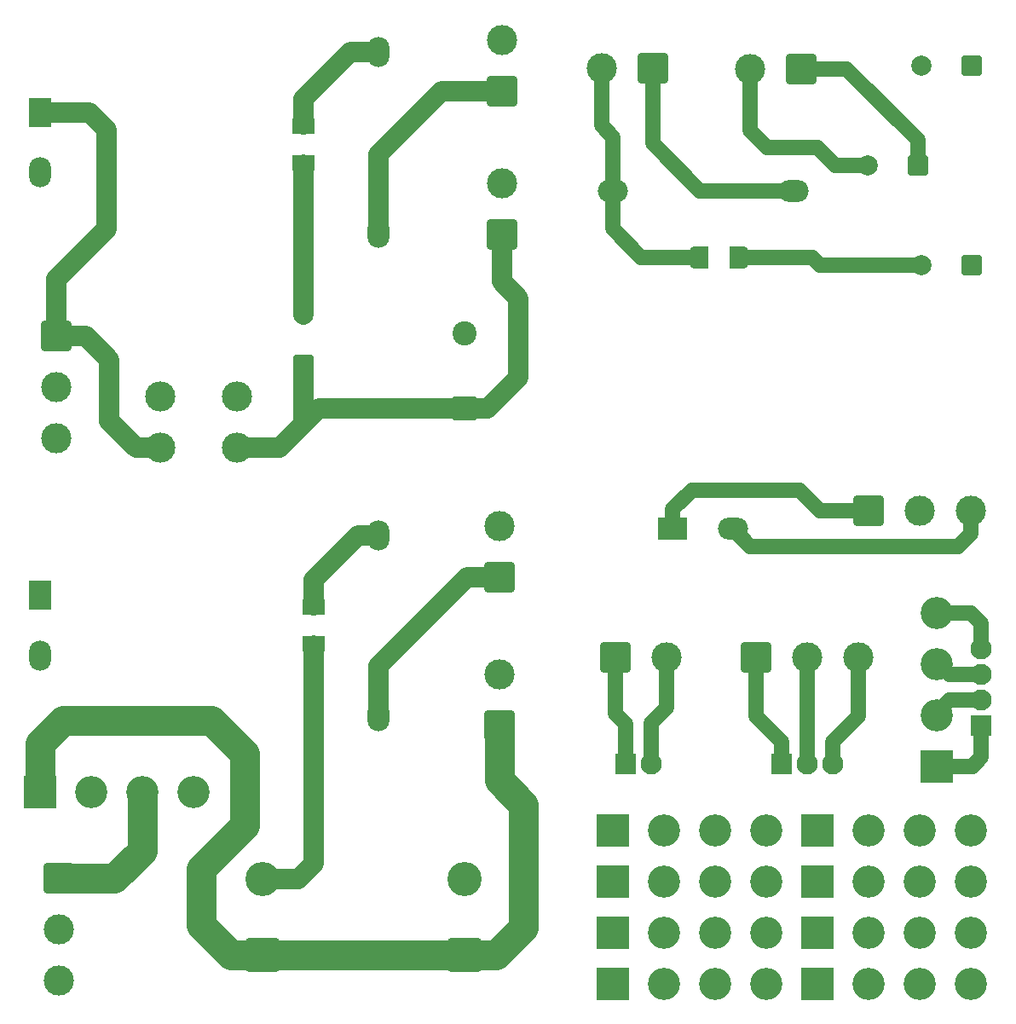
<source format=gbl>
%TF.GenerationSoftware,KiCad,Pcbnew,9.0.2*%
%TF.CreationDate,2025-06-27T09:26:43+02:00*%
%TF.ProjectId,led_driver_220v_p1,6c65645f-6472-4697-9665-725f32323076,rev?*%
%TF.SameCoordinates,Original*%
%TF.FileFunction,Copper,L2,Bot*%
%TF.FilePolarity,Positive*%
%FSLAX46Y46*%
G04 Gerber Fmt 4.6, Leading zero omitted, Abs format (unit mm)*
G04 Created by KiCad (PCBNEW 9.0.2) date 2025-06-27 09:26:43*
%MOMM*%
%LPD*%
G01*
G04 APERTURE LIST*
G04 Aperture macros list*
%AMRoundRect*
0 Rectangle with rounded corners*
0 $1 Rounding radius*
0 $2 $3 $4 $5 $6 $7 $8 $9 X,Y pos of 4 corners*
0 Add a 4 corners polygon primitive as box body*
4,1,4,$2,$3,$4,$5,$6,$7,$8,$9,$2,$3,0*
0 Add four circle primitives for the rounded corners*
1,1,$1+$1,$2,$3*
1,1,$1+$1,$4,$5*
1,1,$1+$1,$6,$7*
1,1,$1+$1,$8,$9*
0 Add four rect primitives between the rounded corners*
20,1,$1+$1,$2,$3,$4,$5,0*
20,1,$1+$1,$4,$5,$6,$7,0*
20,1,$1+$1,$6,$7,$8,$9,0*
20,1,$1+$1,$8,$9,$2,$3,0*%
%AMFreePoly0*
4,1,23,0.910000,-1.100000,-0.400000,-1.100000,-0.400000,-1.095722,-0.477763,-1.095722,-0.603842,-1.061940,-0.716881,-0.996677,-0.809177,-0.904381,-0.874440,-0.791342,-0.908222,-0.665263,-0.908222,-0.600000,-0.910000,-0.600000,-0.910000,0.600000,-0.908222,0.600000,-0.908222,0.665263,-0.874440,0.791342,-0.809177,0.904381,-0.716881,0.996677,-0.603842,1.061940,-0.477763,1.095722,-0.400000,1.095722,
-0.400000,1.100000,0.910000,1.100000,0.910000,-1.100000,0.910000,-1.100000,$1*%
%AMFreePoly1*
4,1,23,0.410000,1.095722,0.475263,1.095722,0.601342,1.061940,0.714381,0.996677,0.806677,0.904381,0.871940,0.791342,0.905722,0.665263,0.905722,0.600000,0.910000,0.600000,0.910000,-0.600000,0.905722,-0.600000,0.905722,-0.665263,0.871940,-0.791342,0.806677,-0.904381,0.714381,-0.996677,0.601342,-1.061940,0.475263,-1.095722,0.410000,-1.095722,0.410000,-1.100000,-0.910000,-1.100000,
-0.910000,1.100000,0.410000,1.100000,0.410000,1.095722,0.410000,1.095722,$1*%
G04 Aperture macros list end*
%TA.AperFunction,ComponentPad*%
%ADD10R,3.200000X3.200000*%
%TD*%
%TA.AperFunction,ComponentPad*%
%ADD11C,3.200000*%
%TD*%
%TA.AperFunction,ComponentPad*%
%ADD12R,2.200000X3.000000*%
%TD*%
%TA.AperFunction,ComponentPad*%
%ADD13O,2.200000X3.000000*%
%TD*%
%TA.AperFunction,ComponentPad*%
%ADD14RoundRect,0.288462X1.211538X1.211538X-1.211538X1.211538X-1.211538X-1.211538X1.211538X-1.211538X0*%
%TD*%
%TA.AperFunction,ComponentPad*%
%ADD15C,3.000000*%
%TD*%
%TA.AperFunction,ComponentPad*%
%ADD16R,2.100000X2.100000*%
%TD*%
%TA.AperFunction,ComponentPad*%
%ADD17C,2.100000*%
%TD*%
%TA.AperFunction,ComponentPad*%
%ADD18RoundRect,0.288462X-1.211538X-1.211538X1.211538X-1.211538X1.211538X1.211538X-1.211538X1.211538X0*%
%TD*%
%TA.AperFunction,ComponentPad*%
%ADD19RoundRect,0.288462X-1.211538X1.211538X-1.211538X-1.211538X1.211538X-1.211538X1.211538X1.211538X0*%
%TD*%
%TA.AperFunction,ComponentPad*%
%ADD20RoundRect,0.250000X0.750000X0.750000X-0.750000X0.750000X-0.750000X-0.750000X0.750000X-0.750000X0*%
%TD*%
%TA.AperFunction,ComponentPad*%
%ADD21C,2.000000*%
%TD*%
%TA.AperFunction,ComponentPad*%
%ADD22RoundRect,0.250001X0.949999X-0.949999X0.949999X0.949999X-0.949999X0.949999X-0.949999X-0.949999X0*%
%TD*%
%TA.AperFunction,ComponentPad*%
%ADD23C,2.400000*%
%TD*%
%TA.AperFunction,ComponentPad*%
%ADD24RoundRect,0.354168X1.345832X-1.345832X1.345832X1.345832X-1.345832X1.345832X-1.345832X-1.345832X0*%
%TD*%
%TA.AperFunction,ComponentPad*%
%ADD25C,3.400000*%
%TD*%
%TA.AperFunction,ComponentPad*%
%ADD26RoundRect,0.288462X1.211538X-1.211538X1.211538X1.211538X-1.211538X1.211538X-1.211538X-1.211538X0*%
%TD*%
%TA.AperFunction,ComponentPad*%
%ADD27O,3.000000X3.000000*%
%TD*%
%TA.AperFunction,ComponentPad*%
%ADD28RoundRect,0.250000X0.750000X-0.750000X0.750000X0.750000X-0.750000X0.750000X-0.750000X-0.750000X0*%
%TD*%
%TA.AperFunction,ComponentPad*%
%ADD29R,3.000000X2.200000*%
%TD*%
%TA.AperFunction,ComponentPad*%
%ADD30O,3.000000X2.200000*%
%TD*%
%TA.AperFunction,SMDPad,CuDef*%
%ADD31FreePoly0,90.000000*%
%TD*%
%TA.AperFunction,SMDPad,CuDef*%
%ADD32FreePoly1,90.000000*%
%TD*%
%TA.AperFunction,SMDPad,CuDef*%
%ADD33FreePoly0,180.000000*%
%TD*%
%TA.AperFunction,SMDPad,CuDef*%
%ADD34FreePoly1,180.000000*%
%TD*%
%TA.AperFunction,Conductor*%
%ADD35C,1.500000*%
%TD*%
%TA.AperFunction,Conductor*%
%ADD36C,2.000000*%
%TD*%
%TA.AperFunction,Conductor*%
%ADD37C,3.000000*%
%TD*%
G04 APERTURE END LIST*
D10*
%TO.P,D9,1,+*%
%TO.N,unconnected-(D9-+-Pad1)*%
X131534000Y-126614000D03*
D11*
%TO.P,D9,2*%
%TO.N,unconnected-(D9-Pad2)*%
X136614000Y-126614000D03*
%TO.P,D9,3*%
%TO.N,unconnected-(D9-Pad3)*%
X141694000Y-126614000D03*
%TO.P,D9,4,-*%
%TO.N,unconnected-(D9---Pad4)*%
X146774000Y-126614000D03*
%TD*%
D12*
%TO.P,PS2,1,AC/L*%
%TO.N,/High Voltage/L2*%
X54319500Y-50245500D03*
D13*
%TO.P,PS2,2,AC/N*%
%TO.N,/High Voltage/N2*%
X54319500Y-56245500D03*
%TO.P,PS2,3,-Vout*%
%TO.N,/High Voltage/DC2-GND*%
X87919500Y-44245500D03*
%TO.P,PS2,4,+Vout*%
%TO.N,/High Voltage/DC2+5V*%
X87919500Y-62245500D03*
%TD*%
D14*
%TO.P,J11,1,Pin_1*%
%TO.N,/High Voltage/DC1+5V*%
X115182000Y-45842000D03*
D15*
%TO.P,J11,2,Pin_2*%
%TO.N,/High Voltage/DC1-GND*%
X110102000Y-45842000D03*
%TD*%
D16*
%TO.P,J20,1,Pin_1*%
%TO.N,Net-(J18-Pin_1)*%
X127978000Y-114930000D03*
D17*
%TO.P,J20,2,Pin_2*%
%TO.N,Net-(J18-Pin_2)*%
X130518000Y-114930000D03*
%TO.P,J20,3,Pin_3*%
%TO.N,Net-(J18-Pin_3)*%
X133058000Y-114930000D03*
%TD*%
D10*
%TO.P,D10,1,+*%
%TO.N,unconnected-(D10-+-Pad1)*%
X131534000Y-131694000D03*
D11*
%TO.P,D10,2*%
%TO.N,unconnected-(D10-Pad2)*%
X136614000Y-131694000D03*
%TO.P,D10,3*%
%TO.N,unconnected-(D10-Pad3)*%
X141694000Y-131694000D03*
%TO.P,D10,4,-*%
%TO.N,unconnected-(D10---Pad4)*%
X146774000Y-131694000D03*
%TD*%
D10*
%TO.P,D5,1,+*%
%TO.N,unconnected-(D5-+-Pad1)*%
X111214000Y-121534000D03*
D11*
%TO.P,D5,2*%
%TO.N,unconnected-(D5-Pad2)*%
X116294000Y-121534000D03*
%TO.P,D5,3*%
%TO.N,unconnected-(D5-Pad3)*%
X121374000Y-121534000D03*
%TO.P,D5,4,-*%
%TO.N,unconnected-(D5---Pad4)*%
X126454000Y-121534000D03*
%TD*%
D18*
%TO.P,J8,1,Pin_1*%
%TO.N,/High Voltage/L1*%
X136614000Y-89784000D03*
D15*
%TO.P,J8,2,Pin_2*%
%TO.N,/High Voltage/PE1*%
X141694000Y-89784000D03*
%TO.P,J8,3,Pin_3*%
%TO.N,/High Voltage/N1*%
X146774000Y-89784000D03*
%TD*%
D19*
%TO.P,J9,1,Pin_1*%
%TO.N,/High Voltage/L2*%
X55928500Y-72507000D03*
D15*
%TO.P,J9,2,Pin_2*%
%TO.N,/High Voltage/PE2*%
X55928500Y-77587000D03*
%TO.P,J9,3,Pin_3*%
%TO.N,/High Voltage/N2*%
X55928500Y-82667000D03*
%TD*%
D20*
%TO.P,C6,1*%
%TO.N,/High Voltage/DC1+230V*%
X146855677Y-45588000D03*
D21*
%TO.P,C6,2*%
%TO.N,/High Voltage/DC1-230V*%
X141855677Y-45588000D03*
%TD*%
D18*
%TO.P,J19,1,Pin_1*%
%TO.N,Net-(J19-Pin_1)*%
X111468000Y-104389000D03*
D15*
%TO.P,J19,2,Pin_2*%
%TO.N,Net-(J19-Pin_2)*%
X116548000Y-104389000D03*
%TD*%
D10*
%TO.P,D4,1,+*%
%TO.N,/High Voltage/DC3+230V*%
X54318000Y-117724000D03*
D11*
%TO.P,D4,2*%
%TO.N,/High Voltage/N3*%
X59398000Y-117724000D03*
%TO.P,D4,3*%
%TO.N,/High Voltage/L3*%
X64478000Y-117724000D03*
%TO.P,D4,4,-*%
%TO.N,/High Voltage/DC3-230V*%
X69558000Y-117724000D03*
%TD*%
D22*
%TO.P,C7,1*%
%TO.N,/High Voltage/DC2+230V*%
X96482000Y-79677780D03*
D23*
%TO.P,C7,2*%
%TO.N,/High Voltage/DC2-230V*%
X96482000Y-72177780D03*
%TD*%
D12*
%TO.P,PS3,1,AC/L*%
%TO.N,/High Voltage/L3*%
X54319500Y-98245500D03*
D13*
%TO.P,PS3,2,AC/N*%
%TO.N,/High Voltage/N3*%
X54319500Y-104245500D03*
%TO.P,PS3,3,-Vout*%
%TO.N,/High Voltage/DC3-GND*%
X87919500Y-92245500D03*
%TO.P,PS3,4,+Vout*%
%TO.N,/High Voltage/DC3+5V*%
X87919500Y-110245500D03*
%TD*%
D10*
%TO.P,D7,1,+*%
%TO.N,unconnected-(D7-+-Pad1)*%
X111214000Y-131694000D03*
D11*
%TO.P,D7,2*%
%TO.N,unconnected-(D7-Pad2)*%
X116294000Y-131694000D03*
%TO.P,D7,3*%
%TO.N,unconnected-(D7-Pad3)*%
X121374000Y-131694000D03*
%TO.P,D7,4,-*%
%TO.N,unconnected-(D7---Pad4)*%
X126454000Y-131694000D03*
%TD*%
D10*
%TO.P,D8,1,+*%
%TO.N,unconnected-(D8-+-Pad1)*%
X111214000Y-136774000D03*
D11*
%TO.P,D8,2*%
%TO.N,unconnected-(D8-Pad2)*%
X116294000Y-136774000D03*
%TO.P,D8,3*%
%TO.N,unconnected-(D8-Pad3)*%
X121374000Y-136774000D03*
%TO.P,D8,4,-*%
%TO.N,unconnected-(D8---Pad4)*%
X126454000Y-136774000D03*
%TD*%
D24*
%TO.P,C11,1*%
%TO.N,/High Voltage/DC3+230V*%
X76416000Y-133901780D03*
D25*
%TO.P,C11,2*%
%TO.N,/High Voltage/DC3-230V*%
X76416000Y-126401780D03*
%TD*%
D18*
%TO.P,J18,1,Pin_1*%
%TO.N,Net-(J18-Pin_1)*%
X125418000Y-104429500D03*
D15*
%TO.P,J18,2,Pin_2*%
%TO.N,Net-(J18-Pin_2)*%
X130498000Y-104429500D03*
%TO.P,J18,3,Pin_3*%
%TO.N,Net-(J18-Pin_3)*%
X135578000Y-104429500D03*
%TD*%
D26*
%TO.P,J15,1,Pin_1*%
%TO.N,/High Voltage/DC3+5V*%
X99951500Y-96393000D03*
D15*
%TO.P,J15,2,Pin_2*%
%TO.N,/High Voltage/DC3-GND*%
X99951500Y-91313000D03*
%TD*%
D10*
%TO.P,J1,1,Pin_1*%
%TO.N,Net-(J1-Pin_1)*%
X143345000Y-115184000D03*
D11*
%TO.P,J1,2,Pin_2*%
%TO.N,Net-(J1-Pin_2)*%
X143345000Y-110104000D03*
%TO.P,J1,3,Pin_3*%
%TO.N,Net-(J1-Pin_3)*%
X143345000Y-105024000D03*
%TO.P,J1,4,Pin_4*%
%TO.N,Net-(J1-Pin_4)*%
X143345000Y-99944000D03*
%TD*%
D10*
%TO.P,D11,1,+*%
%TO.N,unconnected-(D11-+-Pad1)*%
X131534000Y-136774000D03*
D11*
%TO.P,D11,2*%
%TO.N,unconnected-(D11-Pad2)*%
X136614000Y-136774000D03*
%TO.P,D11,3*%
%TO.N,unconnected-(D11-Pad3)*%
X141694000Y-136774000D03*
%TO.P,D11,4,-*%
%TO.N,unconnected-(D11---Pad4)*%
X146774000Y-136774000D03*
%TD*%
D24*
%TO.P,C8,1*%
%TO.N,/High Voltage/DC3+230V*%
X96482000Y-133901780D03*
D25*
%TO.P,C8,2*%
%TO.N,/High Voltage/DC3-230V*%
X96482000Y-126401780D03*
%TD*%
D14*
%TO.P,J12,1,Pin_1*%
%TO.N,/High Voltage/DC1+230V*%
X129919000Y-45928500D03*
D15*
%TO.P,J12,2,Pin_2*%
%TO.N,/High Voltage/DC1-230V*%
X124839000Y-45928500D03*
%TD*%
D26*
%TO.P,J16,1,Pin_1*%
%TO.N,/High Voltage/DC3+230V*%
X99951500Y-111125000D03*
D15*
%TO.P,J16,2,Pin_2*%
%TO.N,/High Voltage/DC3-230V*%
X99951500Y-106045000D03*
%TD*%
D26*
%TO.P,J13,1,Pin_1*%
%TO.N,/High Voltage/DC2+5V*%
X100205500Y-48133000D03*
D15*
%TO.P,J13,2,Pin_2*%
%TO.N,/High Voltage/DC2-GND*%
X100205500Y-43053000D03*
%TD*%
D10*
%TO.P,D1,1,+*%
%TO.N,unconnected-(D1-+-Pad1)*%
X131534000Y-121534000D03*
D11*
%TO.P,D1,2*%
%TO.N,unconnected-(D1-Pad2)*%
X136614000Y-121534000D03*
%TO.P,D1,3*%
%TO.N,unconnected-(D1-Pad3)*%
X141694000Y-121534000D03*
%TO.P,D1,4,-*%
%TO.N,unconnected-(D1---Pad4)*%
X146774000Y-121534000D03*
%TD*%
D20*
%TO.P,C12,1*%
%TO.N,/High Voltage/DC1+230V*%
X146855677Y-65400000D03*
D21*
%TO.P,C12,2*%
%TO.N,/High Voltage/DC1-230V*%
X141855677Y-65400000D03*
%TD*%
D16*
%TO.P,J21,1,Pin_1*%
%TO.N,Net-(J19-Pin_1)*%
X112460000Y-114930000D03*
D17*
%TO.P,J21,2,Pin_2*%
%TO.N,Net-(J19-Pin_2)*%
X115000000Y-114930000D03*
%TD*%
D27*
%TO.P,D3,1,+*%
%TO.N,/High Voltage/DC2+230V*%
X73876000Y-83548000D03*
%TO.P,D3,2,-*%
%TO.N,/High Voltage/DC2-230V*%
X73876000Y-78468000D03*
%TO.P,D3,3*%
%TO.N,/High Voltage/N2*%
X66256000Y-78468000D03*
%TO.P,D3,4*%
%TO.N,/High Voltage/L2*%
X66256000Y-83548000D03*
%TD*%
D28*
%TO.P,C10,1*%
%TO.N,/High Voltage/DC2+230V*%
X80480000Y-75387677D03*
D21*
%TO.P,C10,2*%
%TO.N,/High Voltage/DC2-230V*%
X80480000Y-70387677D03*
%TD*%
D19*
%TO.P,J10,1,Pin_1*%
%TO.N,/High Voltage/L3*%
X56182500Y-126355000D03*
D15*
%TO.P,J10,2,Pin_2*%
%TO.N,/High Voltage/PE3*%
X56182500Y-131435000D03*
%TO.P,J10,3,Pin_3*%
%TO.N,/High Voltage/N3*%
X56182500Y-136515000D03*
%TD*%
D26*
%TO.P,J14,1,Pin_1*%
%TO.N,/High Voltage/DC2+230V*%
X100205500Y-62352000D03*
D15*
%TO.P,J14,2,Pin_2*%
%TO.N,/High Voltage/DC2-230V*%
X100205500Y-57272000D03*
%TD*%
D16*
%TO.P,J2,1,Pin_1*%
%TO.N,Net-(J1-Pin_1)*%
X147790000Y-111120000D03*
D17*
%TO.P,J2,2,Pin_2*%
%TO.N,Net-(J1-Pin_2)*%
X147790000Y-108580000D03*
%TO.P,J2,3,Pin_3*%
%TO.N,Net-(J1-Pin_3)*%
X147790000Y-106040000D03*
%TO.P,J2,4,Pin_4*%
%TO.N,Net-(J1-Pin_4)*%
X147790000Y-103500000D03*
%TD*%
D20*
%TO.P,C9,1*%
%TO.N,/High Voltage/DC1+230V*%
X141521677Y-55494000D03*
D21*
%TO.P,C9,2*%
%TO.N,/High Voltage/DC1-230V*%
X136521677Y-55494000D03*
%TD*%
D29*
%TO.P,PS1,1,AC/L*%
%TO.N,/High Voltage/L1*%
X117152000Y-91634000D03*
D30*
%TO.P,PS1,2,AC/N*%
%TO.N,/High Voltage/N1*%
X123152000Y-91634000D03*
%TO.P,PS1,3,-Vout*%
%TO.N,/High Voltage/DC1-GND*%
X111152000Y-58034000D03*
%TO.P,PS1,4,+Vout*%
%TO.N,/High Voltage/DC1+5V*%
X129152000Y-58034000D03*
%TD*%
D10*
%TO.P,D6,1,+*%
%TO.N,unconnected-(D6-+-Pad1)*%
X111214000Y-126614000D03*
D11*
%TO.P,D6,2*%
%TO.N,unconnected-(D6-Pad2)*%
X116294000Y-126614000D03*
%TO.P,D6,3*%
%TO.N,unconnected-(D6-Pad3)*%
X121374000Y-126614000D03*
%TO.P,D6,4,-*%
%TO.N,unconnected-(D6---Pad4)*%
X126454000Y-126614000D03*
%TD*%
D31*
%TO.P,JP5,1,A*%
%TO.N,/High Voltage/DC2-230V*%
X80480000Y-55462000D03*
D32*
%TO.P,JP5,2,B*%
%TO.N,/High Voltage/DC2-GND*%
X80480000Y-51462000D03*
%TD*%
D33*
%TO.P,JP4,1,A*%
%TO.N,/High Voltage/DC1-230V*%
X123755000Y-64638000D03*
D34*
%TO.P,JP4,2,B*%
%TO.N,/High Voltage/DC1-GND*%
X119755000Y-64638000D03*
%TD*%
D31*
%TO.P,JP6,1,A*%
%TO.N,/High Voltage/DC3-230V*%
X81496000Y-103214000D03*
D32*
%TO.P,JP6,2,B*%
%TO.N,/High Voltage/DC3-GND*%
X81496000Y-99214000D03*
%TD*%
D35*
%TO.N,/High Voltage/DC1+230V*%
X134414500Y-45928500D02*
X129919000Y-45928500D01*
X141521677Y-53035677D02*
X134414500Y-45928500D01*
X141521677Y-55494000D02*
X141521677Y-53035677D01*
%TO.N,/High Voltage/DC1-230V*%
X133312000Y-55494000D02*
X131534000Y-53716000D01*
X131026000Y-64638000D02*
X131788000Y-65400000D01*
X126526000Y-53716000D02*
X124839000Y-52029000D01*
X131534000Y-53716000D02*
X126526000Y-53716000D01*
X123755000Y-64638000D02*
X131026000Y-64638000D01*
X124839000Y-52029000D02*
X124839000Y-45928500D01*
X136521677Y-55494000D02*
X133312000Y-55494000D01*
X131788000Y-65400000D02*
X141855677Y-65400000D01*
D36*
%TO.N,/High Voltage/DC2-230V*%
X80480000Y-55462000D02*
X80480000Y-70387677D01*
%TO.N,/High Voltage/DC2+230V*%
X81950220Y-79677780D02*
X80480000Y-81148000D01*
X73876000Y-83548000D02*
X78080000Y-83548000D01*
X98714220Y-79677780D02*
X101816000Y-76576000D01*
X96482000Y-79677780D02*
X81950220Y-79677780D01*
X101816000Y-68702000D02*
X100205500Y-67091500D01*
X96482000Y-79677780D02*
X98714220Y-79677780D01*
X78080000Y-83548000D02*
X80480000Y-81148000D01*
X80480000Y-81148000D02*
X80480000Y-75387677D01*
X101816000Y-76576000D02*
X101816000Y-68702000D01*
X100205500Y-67091500D02*
X100205500Y-62352000D01*
D37*
%TO.N,/High Voltage/DC3+230V*%
X99608220Y-133901780D02*
X96482000Y-133901780D01*
X102324000Y-118994000D02*
X102324000Y-131186000D01*
X102324000Y-131186000D02*
X99608220Y-133901780D01*
X99951500Y-111125000D02*
X99951500Y-116621500D01*
X70320000Y-130932000D02*
X73289780Y-133901780D01*
X74638000Y-113914000D02*
X74638000Y-121026000D01*
X73289780Y-133901780D02*
X76416000Y-133901780D01*
X70320000Y-125344000D02*
X70320000Y-130932000D01*
X99951500Y-116621500D02*
X102324000Y-118994000D01*
X71336000Y-110612000D02*
X74638000Y-113914000D01*
X96482000Y-133901780D02*
X76416000Y-133901780D01*
X54318000Y-117724000D02*
X54318000Y-112898000D01*
X74638000Y-121026000D02*
X70320000Y-125344000D01*
X54318000Y-112898000D02*
X56604000Y-110612000D01*
X56604000Y-110612000D02*
X71336000Y-110612000D01*
D36*
%TO.N,/High Voltage/DC3-230V*%
X81496000Y-124836000D02*
X81496000Y-103214000D01*
X76416000Y-126401780D02*
X79930220Y-126401780D01*
X79930220Y-126401780D02*
X81496000Y-124836000D01*
D35*
%TO.N,/High Voltage/N1*%
X146774000Y-89784000D02*
X146774000Y-92070000D01*
X146774000Y-92070000D02*
X145504000Y-93340000D01*
X124858000Y-93340000D02*
X123152000Y-91634000D01*
X145504000Y-93340000D02*
X124858000Y-93340000D01*
%TO.N,/High Voltage/L1*%
X131788000Y-89784000D02*
X129756000Y-87752000D01*
X129756000Y-87752000D02*
X119088000Y-87752000D01*
X117152000Y-89688000D02*
X117152000Y-91634000D01*
X119088000Y-87752000D02*
X117152000Y-89688000D01*
X136614000Y-89784000D02*
X131788000Y-89784000D01*
D36*
%TO.N,/High Voltage/L2*%
X58885000Y-72507000D02*
X55928500Y-72507000D01*
X55928500Y-72507000D02*
X55928500Y-66837500D01*
X61176000Y-74798000D02*
X58885000Y-72507000D01*
X66256000Y-83548000D02*
X63830000Y-83548000D01*
X55928500Y-66837500D02*
X60922000Y-61844000D01*
X61176000Y-80894000D02*
X61176000Y-74798000D01*
X59229500Y-50245500D02*
X54319500Y-50245500D01*
X60922000Y-51938000D02*
X59229500Y-50245500D01*
X60922000Y-61844000D02*
X60922000Y-51938000D01*
X63830000Y-83548000D02*
X61176000Y-80894000D01*
D37*
%TO.N,/High Voltage/L3*%
X56182500Y-126355000D02*
X61689000Y-126355000D01*
X64478000Y-123566000D02*
X64478000Y-117724000D01*
X61689000Y-126355000D02*
X64478000Y-123566000D01*
D35*
%TO.N,/High Voltage/DC1+5V*%
X115182000Y-45842000D02*
X115182000Y-53366000D01*
X119850000Y-58034000D02*
X129152000Y-58034000D01*
X115182000Y-53366000D02*
X119850000Y-58034000D01*
%TO.N,/High Voltage/DC1-GND*%
X114008000Y-64638000D02*
X111152000Y-61782000D01*
X111214000Y-52700000D02*
X111152000Y-52762000D01*
X110102000Y-45842000D02*
X110102000Y-51588000D01*
X110102000Y-51588000D02*
X111214000Y-52700000D01*
X111152000Y-61782000D02*
X111152000Y-58034000D01*
X111152000Y-52762000D02*
X111152000Y-58034000D01*
X119755000Y-64638000D02*
X114008000Y-64638000D01*
D36*
%TO.N,/High Voltage/DC2+5V*%
X94191000Y-48133000D02*
X87919500Y-54404500D01*
X100205500Y-48133000D02*
X94191000Y-48133000D01*
X87919500Y-54404500D02*
X87919500Y-62245500D01*
%TO.N,/High Voltage/DC2-GND*%
X85124500Y-44245500D02*
X80480000Y-48890000D01*
X87919500Y-44245500D02*
X85124500Y-44245500D01*
X80480000Y-48890000D02*
X80480000Y-51462000D01*
%TO.N,/High Voltage/DC3-GND*%
X87919500Y-92245500D02*
X85892500Y-92245500D01*
X81496000Y-96642000D02*
X81496000Y-99214000D01*
X85892500Y-92245500D02*
X81496000Y-96642000D01*
%TO.N,/High Voltage/DC3+5V*%
X99951500Y-96393000D02*
X96731000Y-96393000D01*
X87919500Y-105204500D02*
X87919500Y-110245500D01*
X96731000Y-96393000D02*
X87919500Y-105204500D01*
D35*
%TO.N,Net-(J18-Pin_2)*%
X130498000Y-114910000D02*
X130518000Y-114930000D01*
X130498000Y-104429500D02*
X130498000Y-114910000D01*
%TO.N,Net-(J18-Pin_3)*%
X133058000Y-114930000D02*
X133058000Y-112771000D01*
X133058000Y-112771000D02*
X135578000Y-110251000D01*
X135578000Y-110251000D02*
X135578000Y-104429500D01*
%TO.N,Net-(J18-Pin_1)*%
X127978000Y-114930000D02*
X127978000Y-112771000D01*
X125418000Y-110211000D02*
X125418000Y-104429500D01*
X127978000Y-112771000D02*
X125418000Y-110211000D01*
%TO.N,Net-(J19-Pin_2)*%
X115000000Y-110890000D02*
X116548000Y-109342000D01*
X116548000Y-109342000D02*
X116548000Y-104389000D01*
X115000000Y-114930000D02*
X115000000Y-110890000D01*
%TO.N,Net-(J19-Pin_1)*%
X111468000Y-109977000D02*
X111468000Y-104389000D01*
X112460000Y-110969000D02*
X111468000Y-109977000D01*
X112460000Y-114930000D02*
X112460000Y-110969000D01*
%TO.N,Net-(J1-Pin_1)*%
X146901000Y-115184000D02*
X147790000Y-114295000D01*
X143345000Y-115184000D02*
X146901000Y-115184000D01*
X147790000Y-114295000D02*
X147790000Y-111120000D01*
%TO.N,Net-(J1-Pin_3)*%
X144615000Y-106040000D02*
X147790000Y-106040000D01*
X143599000Y-105024000D02*
X144615000Y-106040000D01*
X143345000Y-105024000D02*
X143599000Y-105024000D01*
%TO.N,Net-(J1-Pin_4)*%
X143345000Y-99944000D02*
X146774000Y-99944000D01*
X146774000Y-99944000D02*
X147790000Y-100960000D01*
X147790000Y-100960000D02*
X147790000Y-103500000D01*
%TO.N,Net-(J1-Pin_2)*%
X143345000Y-109850000D02*
X144615000Y-108580000D01*
X144615000Y-108580000D02*
X147790000Y-108580000D01*
X143345000Y-110104000D02*
X143345000Y-109850000D01*
%TD*%
M02*

</source>
